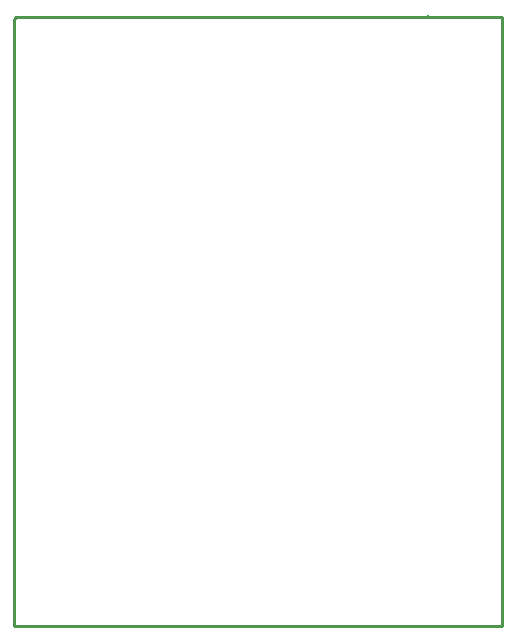
<source format=gm1>
G04*
G04 #@! TF.GenerationSoftware,Altium Limited,Altium Designer,19.1.5 (86)*
G04*
G04 Layer_Color=16711935*
%FSLAX25Y25*%
%MOIN*%
G70*
G01*
G75*
%ADD11C,0.01000*%
D11*
X191339Y211051D02*
X191976Y211689D01*
X353815D02*
X353937Y211567D01*
Y8661D02*
Y211567D01*
X329244Y211689D02*
X353815D01*
X329244D02*
X329480Y211925D01*
X191976Y211689D02*
X329244D01*
X191339Y8661D02*
Y211051D01*
Y8661D02*
X353937D01*
M02*

</source>
